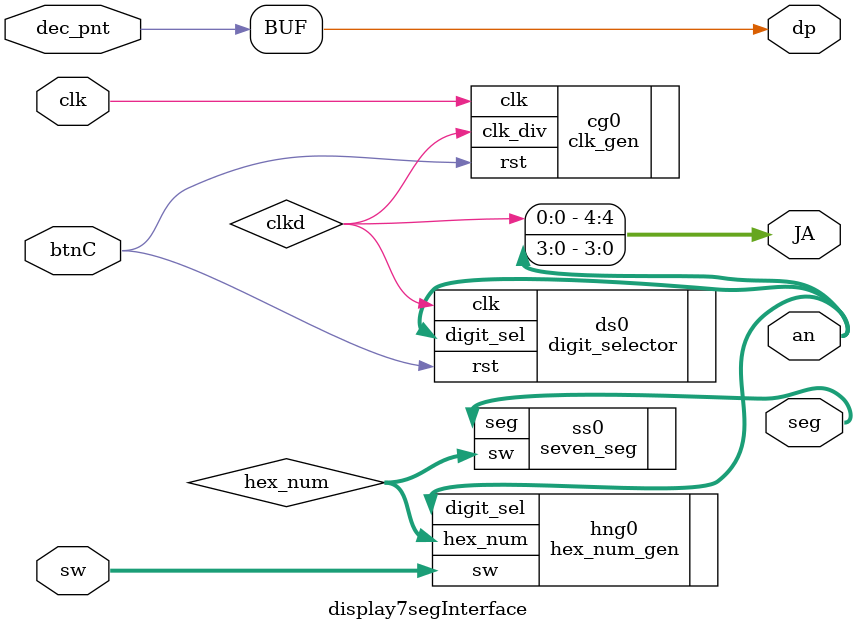
<source format=v>
`timescale 1ns / 1ps


module display7segInterface(
    input clk,
    input btnC,
    input dec_pnt,
    input [15:0] sw,
    output [6:0] seg,
    output [3:0] an,
    output dp,
    output [4:0] JA
    );
    wire clkd;
    wire NOCONNECT;
    wire [3:0] hex_num;
    //Instantiate Modules
    assign dp = dec_pnt;
    clk_gen cg0(.clk(clk), .rst(btnC), .clk_div(clkd));
    digit_selector ds0(.clk(clkd), .rst(btnC), .digit_sel(an));
    seven_seg ss0(.sw(hex_num), .seg(seg));
    hex_num_gen hng0(.digit_sel(an),.sw(sw),.hex_num(hex_num));
    assign JA = {clkd,an[3:0]};
endmodule

</source>
